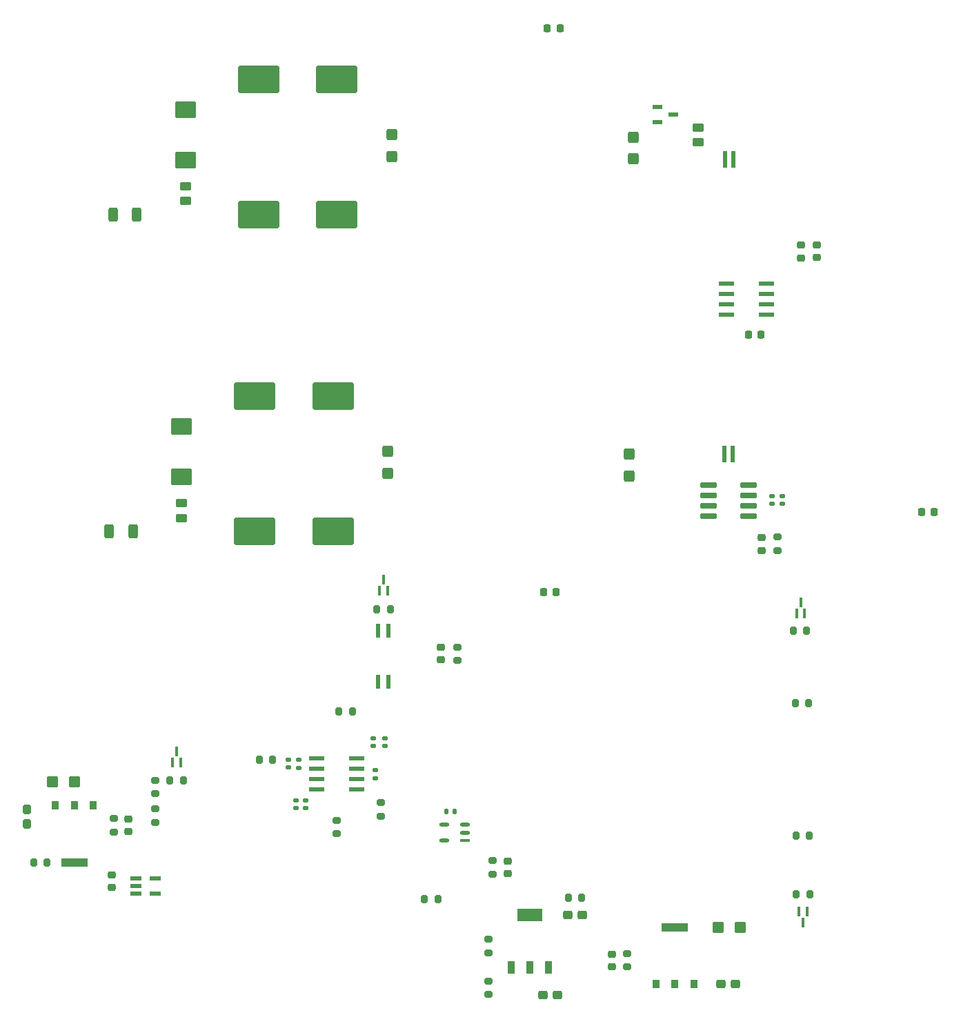
<source format=gbr>
%TF.GenerationSoftware,KiCad,Pcbnew,9.0.3*%
%TF.CreationDate,2025-09-16T11:45:41-04:00*%
%TF.ProjectId,5_COLD_TPC_Charge_Pre_Amp,355f434f-4c44-45f5-9450-435f43686172,rev?*%
%TF.SameCoordinates,Original*%
%TF.FileFunction,Paste,Top*%
%TF.FilePolarity,Positive*%
%FSLAX46Y46*%
G04 Gerber Fmt 4.6, Leading zero omitted, Abs format (unit mm)*
G04 Created by KiCad (PCBNEW 9.0.3) date 2025-09-16 11:45:41*
%MOMM*%
%LPD*%
G01*
G04 APERTURE LIST*
G04 Aperture macros list*
%AMRoundRect*
0 Rectangle with rounded corners*
0 $1 Rounding radius*
0 $2 $3 $4 $5 $6 $7 $8 $9 X,Y pos of 4 corners*
0 Add a 4 corners polygon primitive as box body*
4,1,4,$2,$3,$4,$5,$6,$7,$8,$9,$2,$3,0*
0 Add four circle primitives for the rounded corners*
1,1,$1+$1,$2,$3*
1,1,$1+$1,$4,$5*
1,1,$1+$1,$6,$7*
1,1,$1+$1,$8,$9*
0 Add four rect primitives between the rounded corners*
20,1,$1+$1,$2,$3,$4,$5,0*
20,1,$1+$1,$4,$5,$6,$7,0*
20,1,$1+$1,$6,$7,$8,$9,0*
20,1,$1+$1,$8,$9,$2,$3,0*%
G04 Aperture macros list end*
%ADD10RoundRect,0.200000X0.200000X0.275000X-0.200000X0.275000X-0.200000X-0.275000X0.200000X-0.275000X0*%
%ADD11RoundRect,0.250000X0.425000X-0.450000X0.425000X0.450000X-0.425000X0.450000X-0.425000X-0.450000X0*%
%ADD12RoundRect,0.225000X-0.250000X0.225000X-0.250000X-0.225000X0.250000X-0.225000X0.250000X0.225000X0*%
%ADD13RoundRect,0.200000X-0.275000X0.200000X-0.275000X-0.200000X0.275000X-0.200000X0.275000X0.200000X0*%
%ADD14RoundRect,0.250000X0.312500X0.275000X-0.312500X0.275000X-0.312500X-0.275000X0.312500X-0.275000X0*%
%ADD15RoundRect,0.200000X-0.200000X-0.275000X0.200000X-0.275000X0.200000X0.275000X-0.200000X0.275000X0*%
%ADD16RoundRect,0.250000X1.025000X-0.787500X1.025000X0.787500X-1.025000X0.787500X-1.025000X-0.787500X0*%
%ADD17RoundRect,0.250000X-0.312500X-0.275000X0.312500X-0.275000X0.312500X0.275000X-0.312500X0.275000X0*%
%ADD18RoundRect,0.250000X0.450000X0.425000X-0.450000X0.425000X-0.450000X-0.425000X0.450000X-0.425000X0*%
%ADD19R,0.350800X1.161200*%
%ADD20R,1.473200X0.558800*%
%ADD21RoundRect,0.075000X-0.910000X-0.225000X0.910000X-0.225000X0.910000X0.225000X-0.910000X0.225000X0*%
%ADD22R,1.981200X0.558800*%
%ADD23RoundRect,0.250000X-0.312500X-0.625000X0.312500X-0.625000X0.312500X0.625000X-0.312500X0.625000X0*%
%ADD24RoundRect,0.140000X0.170000X-0.140000X0.170000X0.140000X-0.170000X0.140000X-0.170000X-0.140000X0*%
%ADD25RoundRect,0.225000X0.250000X-0.225000X0.250000X0.225000X-0.250000X0.225000X-0.250000X-0.225000X0*%
%ADD26RoundRect,0.225000X-0.225000X-0.250000X0.225000X-0.250000X0.225000X0.250000X-0.225000X0.250000X0*%
%ADD27R,0.558800X1.651000*%
%ADD28RoundRect,0.135000X0.135000X0.185000X-0.135000X0.185000X-0.135000X-0.185000X0.135000X-0.185000X0*%
%ADD29RoundRect,0.073750X-0.556250X-0.221250X0.556250X-0.221250X0.556250X0.221250X-0.556250X0.221250X0*%
%ADD30RoundRect,0.170000X2.330000X-1.530000X2.330000X1.530000X-2.330000X1.530000X-2.330000X-1.530000X0*%
%ADD31RoundRect,0.140000X-0.170000X0.140000X-0.170000X-0.140000X0.170000X-0.140000X0.170000X0.140000X0*%
%ADD32R,0.838200X1.600200*%
%ADD33R,3.048000X1.600200*%
%ADD34RoundRect,0.250000X-0.450000X-0.425000X0.450000X-0.425000X0.450000X0.425000X-0.450000X0.425000X0*%
%ADD35RoundRect,0.200000X0.275000X-0.200000X0.275000X0.200000X-0.275000X0.200000X-0.275000X-0.200000X0*%
%ADD36RoundRect,0.135000X0.185000X-0.135000X0.185000X0.135000X-0.185000X0.135000X-0.185000X-0.135000X0*%
%ADD37R,0.889000X1.016000*%
%ADD38R,3.200000X1.000000*%
%ADD39RoundRect,0.250000X0.450000X-0.262500X0.450000X0.262500X-0.450000X0.262500X-0.450000X-0.262500X0*%
%ADD40R,0.584200X2.159000*%
%ADD41RoundRect,0.250000X-0.275000X0.312500X-0.275000X-0.312500X0.275000X-0.312500X0.275000X0.312500X0*%
%ADD42R,1.219200X0.457200*%
%ADD43O,1.219200X0.457200*%
G04 APERTURE END LIST*
D10*
%TO.C,R17*%
X272940000Y-162520000D03*
X271290000Y-162520000D03*
%TD*%
%TO.C,R39*%
X318515000Y-154700000D03*
X316865000Y-154700000D03*
%TD*%
D11*
%TO.C,C17*%
X266805000Y-110300000D03*
X266805000Y-107600000D03*
%TD*%
D12*
%TO.C,C15*%
X232890000Y-159565000D03*
X232890000Y-161115000D03*
%TD*%
D13*
%TO.C,R34*%
X279670000Y-157790000D03*
X279670000Y-159440000D03*
%TD*%
%TO.C,R42*%
X275300000Y-131585000D03*
X275300000Y-133235000D03*
%TD*%
D12*
%TO.C,C31*%
X312665000Y-118190000D03*
X312665000Y-119740000D03*
%TD*%
D14*
%TO.C,C42*%
X290625000Y-164469800D03*
X288850000Y-164469800D03*
%TD*%
D15*
%TO.C,R13*%
X265450000Y-126940000D03*
X267100000Y-126940000D03*
%TD*%
D16*
%TO.C,C3*%
X241965000Y-71837500D03*
X241965000Y-65612500D03*
%TD*%
D13*
%TO.C,R16*%
X296160000Y-169180000D03*
X296160000Y-170830000D03*
%TD*%
D11*
%TO.C,C4*%
X267275000Y-71415000D03*
X267275000Y-68715000D03*
%TD*%
D17*
%TO.C,C25*%
X307690000Y-172920000D03*
X309465000Y-172920000D03*
%TD*%
D18*
%TO.C,C14*%
X228307500Y-148110000D03*
X225607500Y-148110000D03*
%TD*%
D19*
%TO.C,M1*%
X240404999Y-145745000D03*
X241404997Y-145745000D03*
X240904998Y-144395000D03*
%TD*%
D10*
%TO.C,R32*%
X290585000Y-162360000D03*
X288935000Y-162360000D03*
%TD*%
D20*
%TO.C,U3*%
X235836200Y-159939999D03*
X235836200Y-160890000D03*
X235836200Y-161840001D03*
X238223800Y-161840001D03*
X238223800Y-159939999D03*
%TD*%
D21*
%TO.C,U5*%
X306115000Y-111680000D03*
X306115000Y-112950000D03*
X306115000Y-114220000D03*
X306115000Y-115490000D03*
X311055000Y-115490000D03*
X311055000Y-114220000D03*
X311055000Y-112950000D03*
X311055000Y-111680000D03*
%TD*%
D13*
%TO.C,R14*%
X238250000Y-151435000D03*
X238250000Y-153085000D03*
%TD*%
D22*
%TO.C,U8*%
X308332400Y-86990000D03*
X308332400Y-88260000D03*
X308332400Y-89530000D03*
X308332400Y-90800000D03*
X313260000Y-90800000D03*
X313260000Y-89530000D03*
X313260000Y-88260000D03*
X313260000Y-86990000D03*
%TD*%
D12*
%TO.C,C43*%
X281510000Y-157835000D03*
X281510000Y-159385000D03*
%TD*%
D23*
%TO.C,F1*%
X233072500Y-78505000D03*
X235997500Y-78505000D03*
%TD*%
D24*
%TO.C,C26*%
X313905000Y-114015000D03*
X313905000Y-113055000D03*
%TD*%
D12*
%TO.C,R23*%
X319440000Y-82250000D03*
X319440000Y-83800000D03*
%TD*%
D14*
%TO.C,C34*%
X287585000Y-174319800D03*
X285810000Y-174319800D03*
%TD*%
D25*
%TO.C,C44*%
X273310000Y-133145000D03*
X273310000Y-131595000D03*
%TD*%
D10*
%TO.C,R37*%
X318210000Y-129580000D03*
X316560000Y-129580000D03*
%TD*%
D13*
%TO.C,R20*%
X314580000Y-118100000D03*
X314580000Y-119750000D03*
%TD*%
D26*
%TO.C,R24*%
X332315000Y-115010000D03*
X333865000Y-115010000D03*
%TD*%
D15*
%TO.C,R33*%
X250995000Y-145380000D03*
X252645000Y-145380000D03*
%TD*%
D24*
%TO.C,C41*%
X266400000Y-143720000D03*
X266400000Y-142760000D03*
%TD*%
D26*
%TO.C,C1*%
X286375000Y-55630000D03*
X287925000Y-55630000D03*
%TD*%
D22*
%TO.C,U11*%
X258026200Y-145245000D03*
X258026200Y-146515000D03*
X258026200Y-147785000D03*
X258026200Y-149055000D03*
X262953800Y-149055000D03*
X262953800Y-147785000D03*
X262953800Y-146515000D03*
X262953800Y-145245000D03*
%TD*%
D27*
%TO.C,Q1*%
X265605000Y-135814200D03*
X266875000Y-135814200D03*
X266875000Y-129565800D03*
X265605000Y-129565800D03*
%TD*%
D28*
%TO.C,R25*%
X275030000Y-151720000D03*
X274010000Y-151720000D03*
%TD*%
D26*
%TO.C,R21*%
X311031200Y-93215000D03*
X312581200Y-93215000D03*
%TD*%
D19*
%TO.C,M3*%
X318260000Y-164040000D03*
X317260002Y-164040000D03*
X317760001Y-165390000D03*
%TD*%
D10*
%TO.C,R11*%
X224985000Y-158020000D03*
X223335000Y-158020000D03*
%TD*%
D29*
%TO.C,D2*%
X299850000Y-65300000D03*
X299850000Y-67200000D03*
X301810000Y-66250000D03*
%TD*%
D30*
%TO.C,L1*%
X250935000Y-78506000D03*
X260535000Y-78506000D03*
%TD*%
D15*
%TO.C,R7*%
X240039998Y-147930000D03*
X241689998Y-147930000D03*
%TD*%
D19*
%TO.C,M2*%
X265760002Y-124690000D03*
X266760000Y-124690000D03*
X266260001Y-123340000D03*
%TD*%
D23*
%TO.C,F2*%
X232602500Y-117390000D03*
X235527500Y-117390000D03*
%TD*%
D31*
%TO.C,C38*%
X255520000Y-150370000D03*
X255520000Y-151330000D03*
%TD*%
D32*
%TO.C,U9*%
X281920000Y-170880200D03*
X284220000Y-170880200D03*
X286520000Y-170880200D03*
D33*
X284220000Y-164479400D03*
%TD*%
D34*
%TO.C,C33*%
X307347500Y-165960000D03*
X310047500Y-165960000D03*
%TD*%
D11*
%TO.C,C11*%
X296885000Y-71702500D03*
X296885000Y-69002500D03*
%TD*%
D16*
%TO.C,C16*%
X241495000Y-110722500D03*
X241495000Y-104497500D03*
%TD*%
D35*
%TO.C,R6*%
X238254998Y-149585000D03*
X238254998Y-147935000D03*
%TD*%
D30*
%TO.C,L2*%
X250935000Y-61896000D03*
X260535000Y-61896000D03*
%TD*%
%TO.C,L3*%
X250465000Y-117391000D03*
X260065000Y-117391000D03*
%TD*%
D15*
%TO.C,R36*%
X316915000Y-161940000D03*
X318565000Y-161940000D03*
%TD*%
D36*
%TO.C,R29*%
X265240000Y-147690000D03*
X265240000Y-146670000D03*
%TD*%
D37*
%TO.C,U7*%
X299724700Y-172950000D03*
X302036100Y-172950000D03*
X304347500Y-172950000D03*
D38*
X302036100Y-165957500D03*
%TD*%
D35*
%TO.C,R9*%
X233200000Y-154285000D03*
X233200000Y-152635000D03*
%TD*%
D39*
%TO.C,R41*%
X241475000Y-115752500D03*
X241475000Y-113927500D03*
%TD*%
D40*
%TO.C,R2*%
X308061600Y-107885000D03*
X309128400Y-107885000D03*
%TD*%
D35*
%TO.C,R31*%
X260520000Y-154485000D03*
X260520000Y-152835000D03*
%TD*%
%TO.C,R28*%
X279120000Y-174204800D03*
X279120000Y-172554800D03*
%TD*%
%TO.C,R30*%
X279110000Y-169084800D03*
X279110000Y-167434800D03*
%TD*%
D30*
%TO.C,L4*%
X250465000Y-100781000D03*
X260065000Y-100781000D03*
%TD*%
D36*
%TO.C,R26*%
X255860000Y-146400000D03*
X255860000Y-145380000D03*
%TD*%
D31*
%TO.C,C35*%
X254570000Y-145390000D03*
X254570000Y-146350000D03*
%TD*%
D12*
%TO.C,C13*%
X234950000Y-152685000D03*
X234950000Y-154235000D03*
%TD*%
D25*
%TO.C,R22*%
X317490000Y-83820000D03*
X317490000Y-82270000D03*
%TD*%
D39*
%TO.C,R4*%
X304920000Y-69662500D03*
X304920000Y-67837500D03*
%TD*%
D11*
%TO.C,C24*%
X296415000Y-110587500D03*
X296415000Y-107887500D03*
%TD*%
D41*
%TO.C,C12*%
X222530000Y-151475000D03*
X222530000Y-153250000D03*
%TD*%
D31*
%TO.C,C39*%
X256720000Y-150380000D03*
X256720000Y-151340000D03*
%TD*%
D13*
%TO.C,R27*%
X265940000Y-150685000D03*
X265940000Y-152335000D03*
%TD*%
D37*
%TO.C,U2*%
X230609900Y-151017500D03*
X228298500Y-151017500D03*
X225987100Y-151017500D03*
D38*
X228298500Y-158010000D03*
%TD*%
D42*
%TO.C,U10*%
X276300000Y-155300001D03*
D43*
X276300000Y-154350000D03*
X276300000Y-153399999D03*
X273680000Y-153399999D03*
X273680000Y-155300001D03*
%TD*%
D25*
%TO.C,C30*%
X294287500Y-170825000D03*
X294287500Y-169275000D03*
%TD*%
D39*
%TO.C,R40*%
X241945000Y-76867500D03*
X241945000Y-75042500D03*
%TD*%
D10*
%TO.C,R38*%
X318455000Y-138470000D03*
X316805000Y-138470000D03*
%TD*%
D40*
%TO.C,R1*%
X308171600Y-71715000D03*
X309238400Y-71715000D03*
%TD*%
D19*
%TO.C,M4*%
X316960000Y-127450000D03*
X317959998Y-127450000D03*
X317459999Y-126100000D03*
%TD*%
D24*
%TO.C,C27*%
X315215000Y-114015000D03*
X315215000Y-113055000D03*
%TD*%
D15*
%TO.C,R8*%
X260785000Y-139520000D03*
X262435000Y-139520000D03*
%TD*%
D26*
%TO.C,C2*%
X285885000Y-124820000D03*
X287435000Y-124820000D03*
%TD*%
D24*
%TO.C,C40*%
X265020000Y-143720000D03*
X265020000Y-142760000D03*
%TD*%
M02*

</source>
